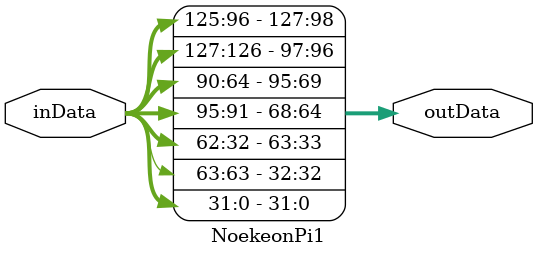
<source format=v>

module NoekeonPi1(
	input wire	[127:0]	inData,
	output wire	[127:0]	outData
);

assign outData[31:0]		= inData[31:0];
assign outData[63:32]	= {inData[62:32],inData[63]};
assign outData[95:64]	= {inData[90:64],inData[95:91]};
assign outData[127:96]	= {inData[125:96],inData[127:126]};

endmodule

</source>
